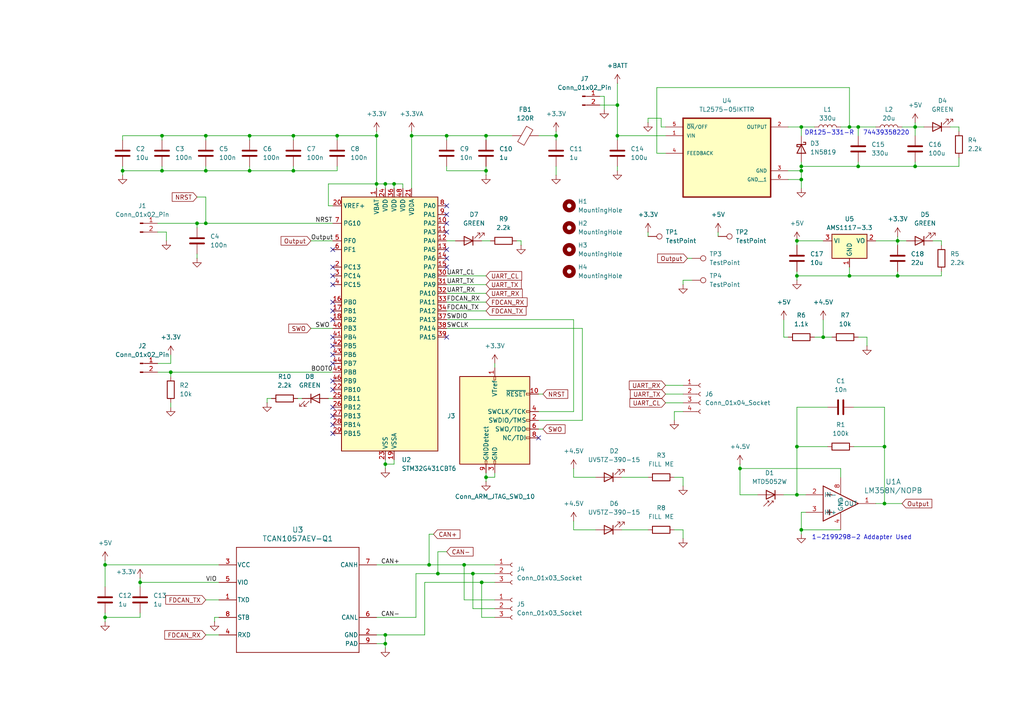
<source format=kicad_sch>
(kicad_sch (version 20250114) (generator "eeschema") (generator_version "9.0")
  (paper "A4")
  (text "DR125-331-R" (at 240.538 38.608 0) (effects (font (size 1.27 1.27))))
  (text "74439358220" (at 257.048 38.608 0) (effects (font (size 1.27 1.27))))
  (text "1-2199298-2 Addapter Used " (at 250.444 155.956 0) (effects (font (size 1.27 1.27))))
  (junction (at 232.41 36.83))
  (junction (at 129.54 39.37))
  (junction (at 260.35 80.01))
  (junction (at 179.07 30.48))
  (junction (at 179.07 39.37))
  (junction (at 111.76 184.15))
  (junction (at 59.69 64.77))
  (junction (at 231.14 80.01))
  (junction (at 49.53 107.95))
  (junction (at 124.46 163.83))
  (junction (at 40.64 168.91))
  (junction (at 46.99 39.37))
  (junction (at 232.41 49.53))
  (junction (at 238.76 97.79))
  (junction (at 114.3 53.34))
  (junction (at 256.54 129.54))
  (junction (at 85.09 39.37))
  (junction (at 231.14 129.54))
  (junction (at 109.22 53.34))
  (junction (at 57.15 64.77))
  (junction (at 265.43 36.83))
  (junction (at 137.16 166.37))
  (junction (at 30.48 179.07))
  (junction (at 85.09 49.53))
  (junction (at 59.69 39.37))
  (junction (at 231.14 69.85))
  (junction (at 161.29 39.37))
  (junction (at 231.14 143.51))
  (junction (at 109.22 39.37))
  (junction (at 140.97 49.53))
  (junction (at 248.92 36.83))
  (junction (at 127 166.37))
  (junction (at 111.76 53.34))
  (junction (at 119.38 39.37))
  (junction (at 232.41 153.67))
  (junction (at 35.56 49.53))
  (junction (at 248.92 48.26))
  (junction (at 97.79 39.37))
  (junction (at 140.97 39.37))
  (junction (at 139.7 168.91))
  (junction (at 246.38 80.01))
  (junction (at 232.41 52.07))
  (junction (at 30.48 163.83))
  (junction (at 111.76 134.62))
  (junction (at 72.39 49.53))
  (junction (at 59.69 49.53))
  (junction (at 246.38 36.83))
  (junction (at 72.39 39.37))
  (junction (at 111.76 186.69))
  (junction (at 140.97 138.43))
  (junction (at 134.62 163.83))
  (junction (at 256.54 146.05))
  (junction (at 214.63 135.89))
  (junction (at 232.41 48.26))
  (junction (at 265.43 48.26))
  (junction (at 260.35 69.85))
  (junction (at 46.99 49.53))
  (no_connect (at 96.52 125.73))
  (no_connect (at 96.52 82.55))
  (no_connect (at 96.52 90.17))
  (no_connect (at 129.54 67.31))
  (no_connect (at 96.52 120.65))
  (no_connect (at 96.52 100.33))
  (no_connect (at 129.54 77.47))
  (no_connect (at 129.54 59.69))
  (no_connect (at 129.54 64.77))
  (no_connect (at 156.21 127))
  (no_connect (at 96.52 72.39))
  (no_connect (at 96.52 80.01))
  (no_connect (at 96.52 87.63))
  (no_connect (at 129.54 72.39))
  (no_connect (at 96.52 123.19))
  (no_connect (at 129.54 97.79))
  (no_connect (at 96.52 102.87))
  (no_connect (at 96.52 92.71))
  (no_connect (at 96.52 97.79))
  (no_connect (at 96.52 118.11))
  (no_connect (at 96.52 77.47))
  (no_connect (at 129.54 62.23))
  (no_connect (at 129.54 74.93))
  (no_connect (at 96.52 110.49))
  (no_connect (at 96.52 113.03))
  (no_connect (at 96.52 105.41))
  (wire (pts (xy 140.97 48.26) (xy 140.97 49.53)))
  (wire (pts (xy 40.64 168.91) (xy 40.64 170.18)))
  (wire (pts (xy 97.79 40.64) (xy 97.79 39.37)))
  (wire (pts (xy 278.13 48.26) (xy 265.43 48.26)))
  (wire (pts (xy 232.41 49.53) (xy 232.41 52.07)))
  (wire (pts (xy 143.51 176.53) (xy 137.16 176.53)))
  (wire (pts (xy 227.33 143.51) (xy 231.14 143.51)))
  (wire (pts (xy 195.58 119.38) (xy 198.12 119.38)))
  (wire (pts (xy 85.09 39.37) (xy 72.39 39.37)))
  (wire (pts (xy 149.86 69.85) (xy 151.13 69.85)))
  (wire (pts (xy 111.76 53.34) (xy 109.22 53.34)))
  (wire (pts (xy 198.12 138.43) (xy 195.58 138.43)))
  (wire (pts (xy 35.56 49.53) (xy 35.56 50.8)))
  (wire (pts (xy 238.76 92.71) (xy 238.76 97.79)))
  (wire (pts (xy 232.41 36.83) (xy 236.22 36.83)))
  (wire (pts (xy 232.41 46.99) (xy 232.41 48.26)))
  (wire (pts (xy 97.79 48.26) (xy 97.79 49.53)))
  (wire (pts (xy 49.53 105.41) (xy 45.72 105.41)))
  (wire (pts (xy 247.65 118.11) (xy 256.54 118.11)))
  (wire (pts (xy 140.97 39.37) (xy 148.59 39.37)))
  (wire (pts (xy 273.05 69.85) (xy 270.51 69.85)))
  (wire (pts (xy 232.41 36.83) (xy 232.41 39.37)))
  (wire (pts (xy 246.38 36.83) (xy 248.92 36.83)))
  (wire (pts (xy 198.12 156.21) (xy 198.12 153.67)))
  (wire (pts (xy 95.25 53.34) (xy 109.22 53.34)))
  (wire (pts (xy 30.48 179.07) (xy 40.64 179.07)))
  (wire (pts (xy 59.69 48.26) (xy 59.69 49.53)))
  (wire (pts (xy 97.79 39.37) (xy 109.22 39.37)))
  (wire (pts (xy 120.65 166.37) (xy 127 166.37)))
  (wire (pts (xy 173.99 30.48) (xy 179.07 30.48)))
  (wire (pts (xy 140.97 138.43) (xy 140.97 139.7)))
  (wire (pts (xy 109.22 38.1) (xy 109.22 39.37)))
  (wire (pts (xy 119.38 39.37) (xy 129.54 39.37)))
  (wire (pts (xy 109.22 39.37) (xy 109.22 53.34)))
  (wire (pts (xy 232.41 52.07) (xy 232.41 54.61)))
  (wire (pts (xy 111.76 53.34) (xy 111.76 54.61)))
  (wire (pts (xy 251.46 100.33) (xy 251.46 97.79)))
  (wire (pts (xy 124.46 154.94) (xy 124.46 163.83)))
  (wire (pts (xy 228.6 52.07) (xy 232.41 52.07)))
  (wire (pts (xy 30.48 179.07) (xy 30.48 180.34)))
  (wire (pts (xy 59.69 57.15) (xy 59.69 64.77)))
  (wire (pts (xy 233.68 143.51) (xy 231.14 143.51)))
  (wire (pts (xy 134.62 173.99) (xy 134.62 163.83)))
  (wire (pts (xy 137.16 176.53) (xy 137.16 166.37)))
  (wire (pts (xy 129.54 39.37) (xy 129.54 40.64)))
  (wire (pts (xy 238.76 97.79) (xy 241.3 97.79)))
  (wire (pts (xy 193.04 114.3) (xy 198.12 114.3)))
  (wire (pts (xy 90.17 95.25) (xy 96.52 95.25)))
  (wire (pts (xy 278.13 38.1) (xy 278.13 36.83)))
  (wire (pts (xy 111.76 186.69) (xy 111.76 187.96)))
  (wire (pts (xy 231.14 143.51) (xy 231.14 129.54)))
  (wire (pts (xy 265.43 48.26) (xy 248.92 48.26)))
  (wire (pts (xy 199.39 74.93) (xy 200.66 74.93)))
  (wire (pts (xy 129.54 160.02) (xy 127 160.02)))
  (wire (pts (xy 49.53 107.95) (xy 45.72 107.95)))
  (wire (pts (xy 85.09 48.26) (xy 85.09 49.53)))
  (wire (pts (xy 256.54 146.05) (xy 254 146.05)))
  (wire (pts (xy 161.29 38.1) (xy 161.29 39.37)))
  (wire (pts (xy 265.43 46.99) (xy 265.43 48.26)))
  (wire (pts (xy 63.5 168.91) (xy 40.64 168.91)))
  (wire (pts (xy 129.54 80.01) (xy 140.97 80.01)))
  (wire (pts (xy 46.99 48.26) (xy 46.99 49.53)))
  (wire (pts (xy 40.64 179.07) (xy 40.64 177.8)))
  (wire (pts (xy 231.14 80.01) (xy 231.14 81.28)))
  (wire (pts (xy 190.5 44.45) (xy 193.04 44.45)))
  (wire (pts (xy 72.39 39.37) (xy 59.69 39.37)))
  (wire (pts (xy 179.07 24.13) (xy 179.07 30.48)))
  (wire (pts (xy 243.84 36.83) (xy 246.38 36.83)))
  (wire (pts (xy 72.39 49.53) (xy 59.69 49.53)))
  (wire (pts (xy 96.52 107.95) (xy 49.53 107.95)))
  (wire (pts (xy 96.52 59.69) (xy 95.25 59.69)))
  (wire (pts (xy 59.69 184.15) (xy 63.5 184.15)))
  (wire (pts (xy 208.28 67.31) (xy 208.28 68.58)))
  (wire (pts (xy 114.3 133.35) (xy 114.3 134.62)))
  (wire (pts (xy 129.54 85.09) (xy 140.97 85.09)))
  (wire (pts (xy 273.05 71.12) (xy 273.05 69.85)))
  (wire (pts (xy 59.69 173.99) (xy 63.5 173.99)))
  (wire (pts (xy 214.63 134.62) (xy 214.63 135.89)))
  (wire (pts (xy 166.37 151.13) (xy 166.37 153.67)))
  (wire (pts (xy 45.72 64.77) (xy 57.15 64.77)))
  (wire (pts (xy 166.37 119.38) (xy 166.37 92.71)))
  (wire (pts (xy 77.47 116.84) (xy 77.47 115.57)))
  (wire (pts (xy 109.22 186.69) (xy 111.76 186.69)))
  (wire (pts (xy 251.46 97.79) (xy 248.92 97.79)))
  (wire (pts (xy 232.41 48.26) (xy 232.41 49.53)))
  (wire (pts (xy 256.54 146.05) (xy 261.62 146.05)))
  (wire (pts (xy 59.69 39.37) (xy 46.99 39.37)))
  (wire (pts (xy 49.53 102.87) (xy 49.53 105.41)))
  (wire (pts (xy 111.76 186.69) (xy 111.76 184.15)))
  (wire (pts (xy 97.79 49.53) (xy 85.09 49.53)))
  (wire (pts (xy 48.26 69.85) (xy 48.26 67.31)))
  (wire (pts (xy 86.36 115.57) (xy 87.63 115.57)))
  (wire (pts (xy 46.99 49.53) (xy 35.56 49.53)))
  (wire (pts (xy 139.7 168.91) (xy 143.51 168.91)))
  (wire (pts (xy 193.04 111.76) (xy 198.12 111.76)))
  (wire (pts (xy 191.77 34.29) (xy 187.96 34.29)))
  (wire (pts (xy 143.51 137.16) (xy 143.51 138.43)))
  (wire (pts (xy 256.54 129.54) (xy 256.54 146.05)))
  (wire (pts (xy 137.16 166.37) (xy 143.51 166.37)))
  (wire (pts (xy 260.35 69.85) (xy 254 69.85)))
  (wire (pts (xy 166.37 153.67) (xy 172.72 153.67)))
  (wire (pts (xy 139.7 69.85) (xy 142.24 69.85)))
  (wire (pts (xy 180.34 153.67) (xy 187.96 153.67)))
  (wire (pts (xy 214.63 135.89) (xy 214.63 143.51)))
  (wire (pts (xy 140.97 39.37) (xy 140.97 40.64)))
  (wire (pts (xy 134.62 163.83) (xy 143.51 163.83)))
  (wire (pts (xy 156.21 124.46) (xy 157.48 124.46)))
  (wire (pts (xy 111.76 134.62) (xy 111.76 135.89)))
  (wire (pts (xy 248.92 36.83) (xy 248.92 39.37)))
  (wire (pts (xy 198.12 140.97) (xy 198.12 138.43)))
  (wire (pts (xy 46.99 39.37) (xy 46.99 40.64)))
  (wire (pts (xy 143.51 105.41) (xy 143.51 106.68)))
  (wire (pts (xy 273.05 78.74) (xy 273.05 80.01)))
  (wire (pts (xy 231.14 129.54) (xy 240.03 129.54)))
  (wire (pts (xy 109.22 184.15) (xy 111.76 184.15)))
  (wire (pts (xy 139.7 179.07) (xy 139.7 168.91)))
  (wire (pts (xy 129.54 90.17) (xy 140.97 90.17)))
  (wire (pts (xy 116.84 54.61) (xy 116.84 53.34)))
  (wire (pts (xy 232.41 154.94) (xy 232.41 153.67)))
  (wire (pts (xy 248.92 46.99) (xy 248.92 48.26)))
  (wire (pts (xy 59.69 64.77) (xy 96.52 64.77)))
  (wire (pts (xy 161.29 40.64) (xy 161.29 39.37)))
  (wire (pts (xy 227.33 97.79) (xy 228.6 97.79)))
  (wire (pts (xy 123.19 168.91) (xy 139.7 168.91)))
  (wire (pts (xy 260.35 80.01) (xy 246.38 80.01)))
  (wire (pts (xy 195.58 121.92) (xy 195.58 119.38)))
  (wire (pts (xy 48.26 67.31) (xy 45.72 67.31)))
  (wire (pts (xy 261.62 36.83) (xy 265.43 36.83)))
  (wire (pts (xy 95.25 59.69) (xy 95.25 53.34)))
  (wire (pts (xy 114.3 134.62) (xy 111.76 134.62)))
  (wire (pts (xy 129.54 49.53) (xy 140.97 49.53)))
  (wire (pts (xy 161.29 39.37) (xy 156.21 39.37)))
  (wire (pts (xy 175.26 27.94) (xy 173.99 27.94)))
  (wire (pts (xy 228.6 36.83) (xy 232.41 36.83)))
  (wire (pts (xy 179.07 30.48) (xy 179.07 39.37)))
  (wire (pts (xy 231.14 118.11) (xy 231.14 129.54)))
  (wire (pts (xy 59.69 49.53) (xy 46.99 49.53)))
  (wire (pts (xy 232.41 153.67) (xy 232.41 148.59)))
  (wire (pts (xy 123.19 184.15) (xy 123.19 168.91)))
  (wire (pts (xy 127 160.02) (xy 127 166.37)))
  (wire (pts (xy 260.35 71.12) (xy 260.35 69.85)))
  (wire (pts (xy 30.48 170.18) (xy 30.48 163.83)))
  (wire (pts (xy 127 166.37) (xy 137.16 166.37)))
  (wire (pts (xy 243.84 138.43) (xy 243.84 135.89)))
  (wire (pts (xy 161.29 48.26) (xy 161.29 50.8)))
  (wire (pts (xy 125.73 154.94) (xy 124.46 154.94)))
  (wire (pts (xy 114.3 53.34) (xy 111.76 53.34)))
  (wire (pts (xy 109.22 163.83) (xy 124.46 163.83)))
  (wire (pts (xy 231.14 78.74) (xy 231.14 80.01)))
  (wire (pts (xy 260.35 78.74) (xy 260.35 80.01)))
  (wire (pts (xy 129.54 82.55) (xy 140.97 82.55)))
  (wire (pts (xy 30.48 163.83) (xy 63.5 163.83)))
  (wire (pts (xy 46.99 39.37) (xy 35.56 39.37)))
  (wire (pts (xy 236.22 97.79) (xy 238.76 97.79)))
  (wire (pts (xy 77.47 115.57) (xy 78.74 115.57)))
  (wire (pts (xy 30.48 177.8) (xy 30.48 179.07)))
  (wire (pts (xy 119.38 39.37) (xy 119.38 54.61)))
  (wire (pts (xy 129.54 69.85) (xy 132.08 69.85)))
  (wire (pts (xy 59.69 39.37) (xy 59.69 40.64)))
  (wire (pts (xy 240.03 118.11) (xy 231.14 118.11)))
  (wire (pts (xy 143.51 173.99) (xy 134.62 173.99)))
  (wire (pts (xy 129.54 39.37) (xy 140.97 39.37)))
  (wire (pts (xy 35.56 39.37) (xy 35.56 40.64)))
  (wire (pts (xy 260.35 80.01) (xy 273.05 80.01)))
  (wire (pts (xy 179.07 39.37) (xy 193.04 39.37)))
  (wire (pts (xy 140.97 49.53) (xy 140.97 50.8)))
  (wire (pts (xy 278.13 36.83) (xy 275.59 36.83)))
  (wire (pts (xy 180.34 138.43) (xy 187.96 138.43)))
  (wire (pts (xy 166.37 119.38) (xy 156.21 119.38)))
  (wire (pts (xy 109.22 53.34) (xy 109.22 54.61)))
  (wire (pts (xy 30.48 162.56) (xy 30.48 163.83)))
  (wire (pts (xy 246.38 25.4) (xy 246.38 36.83)))
  (wire (pts (xy 232.41 153.67) (xy 243.84 153.67)))
  (wire (pts (xy 156.21 114.3) (xy 157.48 114.3)))
  (wire (pts (xy 248.92 48.26) (xy 232.41 48.26)))
  (wire (pts (xy 95.25 115.57) (xy 96.52 115.57)))
  (wire (pts (xy 124.46 163.83) (xy 134.62 163.83)))
  (wire (pts (xy 243.84 135.89) (xy 214.63 135.89)))
  (wire (pts (xy 187.96 67.31) (xy 187.96 68.58)))
  (wire (pts (xy 166.37 135.89) (xy 166.37 138.43)))
  (wire (pts (xy 214.63 143.51) (xy 219.71 143.51)))
  (wire (pts (xy 151.13 69.85) (xy 151.13 71.12)))
  (wire (pts (xy 57.15 64.77) (xy 57.15 66.04)))
  (wire (pts (xy 40.64 167.64) (xy 40.64 168.91)))
  (wire (pts (xy 228.6 49.53) (xy 232.41 49.53)))
  (wire (pts (xy 198.12 153.67) (xy 195.58 153.67)))
  (wire (pts (xy 85.09 39.37) (xy 85.09 40.64)))
  (wire (pts (xy 247.65 129.54) (xy 256.54 129.54)))
  (wire (pts (xy 111.76 184.15) (xy 123.19 184.15)))
  (wire (pts (xy 231.14 69.85) (xy 231.14 71.12)))
  (wire (pts (xy 190.5 44.45) (xy 190.5 25.4)))
  (wire (pts (xy 198.12 81.28) (xy 200.66 81.28)))
  (wire (pts (xy 168.91 95.25) (xy 129.54 95.25)))
  (wire (pts (xy 191.77 36.83) (xy 191.77 34.29)))
  (wire (pts (xy 109.22 179.07) (xy 120.65 179.07)))
  (wire (pts (xy 190.5 25.4) (xy 246.38 25.4)))
  (wire (pts (xy 49.53 107.95) (xy 49.53 109.22)))
  (wire (pts (xy 57.15 73.66) (xy 57.15 74.93)))
  (wire (pts (xy 90.17 69.85) (xy 96.52 69.85)))
  (wire (pts (xy 179.07 48.26) (xy 179.07 49.53)))
  (wire (pts (xy 97.79 39.37) (xy 85.09 39.37)))
  (wire (pts (xy 256.54 118.11) (xy 256.54 129.54)))
  (wire (pts (xy 116.84 53.34) (xy 114.3 53.34)))
  (wire (pts (xy 143.51 179.07) (xy 139.7 179.07)))
  (wire (pts (xy 72.39 39.37) (xy 72.39 40.64)))
  (wire (pts (xy 111.76 133.35) (xy 111.76 134.62)))
  (wire (pts (xy 265.43 36.83) (xy 265.43 39.37)))
  (wire (pts (xy 265.43 36.83) (xy 267.97 36.83)))
  (wire (pts (xy 198.12 82.55) (xy 198.12 81.28)))
  (wire (pts (xy 166.37 138.43) (xy 172.72 138.43)))
  (wire (pts (xy 119.38 38.1) (xy 119.38 39.37)))
  (wire (pts (xy 246.38 77.47) (xy 246.38 80.01)))
  (wire (pts (xy 63.5 179.07) (xy 62.23 179.07)))
  (wire (pts (xy 193.04 116.84) (xy 198.12 116.84)))
  (wire (pts (xy 260.35 68.58) (xy 260.35 69.85)))
  (wire (pts (xy 265.43 36.83) (xy 265.43 35.56)))
  (wire (pts (xy 129.54 87.63) (xy 140.97 87.63)))
  (wire (pts (xy 227.33 92.71) (xy 227.33 97.79)))
  (wire (pts (xy 187.96 34.29) (xy 187.96 35.56)))
  (wire (pts (xy 260.35 69.85) (xy 262.89 69.85)))
  (wire (pts (xy 129.54 48.26) (xy 129.54 49.53)))
  (wire (pts (xy 143.51 138.43) (xy 140.97 138.43)))
  (wire (pts (xy 129.54 92.71) (xy 166.37 92.71)))
  (wire (pts (xy 35.56 49.53) (xy 35.56 48.26)))
  (wire (pts (xy 156.21 121.92) (xy 168.91 121.92)))
  (wire (pts (xy 193.04 36.83) (xy 191.77 36.83)))
  (wire (pts (xy 278.13 45.72) (xy 278.13 48.26)))
  (wire (pts (xy 114.3 53.34) (xy 114.3 54.61)))
  (wire (pts (xy 49.53 116.84) (xy 49.53 118.11)))
  (wire (pts (xy 248.92 36.83) (xy 254 36.83)))
  (wire (pts (xy 57.15 57.15) (xy 59.69 57.15)))
  (wire (pts (xy 72.39 48.26) (xy 72.39 49.53)))
  (wire (pts (xy 175.26 27.94) (xy 175.26 31.75)))
  (wire (pts (xy 140.97 137.16) (xy 140.97 138.43)))
  (wire (pts (xy 179.07 40.64) (xy 179.07 39.37)))
  (wire (pts (xy 57.15 64.77) (xy 59.69 64.77)))
  (wire (pts (xy 168.91 121.92) (xy 168.91 95.25)))
  (wire (pts (xy 62.23 179.07) (xy 62.23 180.34)))
  (wire (pts (xy 231.14 69.85) (xy 238.76 69.85)))
  (wire (pts (xy 85.09 49.53) (xy 72.39 49.53)))
  (wire (pts (xy 232.41 148.59) (xy 233.68 148.59)))
  (wire (pts (xy 246.38 80.01) (xy 231.14 80.01)))
  (wire (pts (xy 120.65 179.07) (xy 120.65 166.37)))
  (label "CAN+" (at 110.49 163.83 0))
  (label "BOOT0" (at 90.17 107.95 0))
  (label "NRST" (at 91.44 64.77 0))
  (label "UART_RX" (at 129.54 85.09 0))
  (label "UART_TX" (at 129.54 82.55 0))
  (label "CAN-" (at 110.49 179.07 0))
  (label "FDCAN_TX" (at 129.54 90.17 0))
  (label "SWCLK" (at 129.54 95.25 0))
  (label "SWDIO" (at 129.54 92.71 0))
  (label "VIO" (at 59.69 168.91 0))
  (label "UART_CL" (at 129.54 80.01 0))
  (label "FDCAN_RX" (at 129.54 87.63 0))
  (label "Output" (at 90.17 69.85 0))
  (label "SWO" (at 91.44 95.25 0))
  (global_label "CAN+" (shape input) (at 125.73 154.94 0) (property "Intersheetrefs" "${INTERSHEET_REFS}" (effects (hide yes))))
  (global_label "CAN-" (shape input) (at 129.54 160.02 0) (property "Intersheetrefs" "${INTERSHEET_REFS}" (effects (hide yes))))
  (global_label "UART_RX" (shape input) (at 193.04 111.76 180) (property "Intersheetrefs" "${INTERSHEET_REFS}" (effects (hide yes))))
  (global_label "NRST" (shape input) (at 157.48 114.3 0) (property "Intersheetrefs" "${INTERSHEET_REFS}" (effects (hide yes))))
  (global_label "UART_CL" (shape input) (at 140.97 80.01 0) (property "Intersheetrefs" "${INTERSHEET_REFS}" (effects (hide yes))))
  (global_label "FDCAN_RX" (shape input) (at 59.69 184.15 180) (property "Intersheetrefs" "${INTERSHEET_REFS}" (effects (hide yes))))
  (global_label "UART_TX" (shape input) (at 140.97 82.55 0) (property "Intersheetrefs" "${INTERSHEET_REFS}" (effects (hide yes))))
  (global_label "Output" (shape input) (at 90.17 69.85 180) (property "Intersheetrefs" "${INTERSHEET_REFS}" (effects (hide yes))))
  (global_label "SWO" (shape input) (at 90.17 95.25 180) (property "Intersheetrefs" "${INTERSHEET_REFS}" (effects (hide yes))))
  (global_label "FDCAN_TX" (shape input) (at 140.97 90.17 0) (property "Intersheetrefs" "${INTERSHEET_REFS}" (effects (hide yes))))
  (global_label "FDCAN_RX" (shape input) (at 140.97 87.63 0) (property "Intersheetrefs" "${INTERSHEET_REFS}" (effects (hide yes))))
  (global_label "FDCAN_TX" (shape input) (at 59.69 173.99 180) (property "Intersheetrefs" "${INTERSHEET_REFS}" (effects (hide yes))))
  (global_label "SWO" (shape input) (at 157.48 124.46 0) (property "Intersheetrefs" "${INTERSHEET_REFS}" (effects (hide yes))))
  (global_label "UART_TX" (shape input) (at 193.04 114.3 180) (property "Intersheetrefs" "${INTERSHEET_REFS}" (effects (hide yes))))
  (global_label "UART_CL" (shape input) (at 193.04 116.84 180) (property "Intersheetrefs" "${INTERSHEET_REFS}" (effects (hide yes))))
  (global_label "UART_RX" (shape input) (at 140.97 85.09 0) (property "Intersheetrefs" "${INTERSHEET_REFS}" (effects (hide yes))))
  (global_label "Output" (shape input) (at 199.39 74.93 180) (property "Intersheetrefs" "${INTERSHEET_REFS}" (effects (hide yes))))
  (global_label "NRST" (shape input) (at 57.15 57.15 180) (property "Intersheetrefs" "${INTERSHEET_REFS}" (effects (hide yes))))
  (global_label "Output" (shape input) (at 261.62 146.05 0) (property "Intersheetrefs" "${INTERSHEET_REFS}" (effects (hide yes))))
  (symbol (lib_id "Connector:TestPoint") (at 208.28 68.58 270) (unit 1)
    (property "Reference" "TP2" (at 213.36 67.3099 90) (effects (justify left)))
    (property "Value" "TestPoint" (at 213.36 69.8499 90) (effects (justify left)))
    (property "Footprint" "TestPoint:TestPoint_Pad_D1.0mm" (effects (hide yes)))
    (property "Description" "test point" (effects (hide yes)))
  )
  (symbol (lib_id "power:+5V") (at 231.14 69.85 0) (unit 1)
    (property "Reference" "#PWR029" (effects (hide yes)))
    (property "Value" "+5V" (at 231.14 64.77 0))
    (property "Description" "Power symbol creates a global label with name \"+5V\"" (effects (hide yes)))
  )
  (symbol (lib_id "Connector:Conn_ARM_JTAG_SWD_10") (at 143.51 121.92 0) (unit 1)
    (property "Reference" "J3" (at 132.08 120.6499 0) (effects (justify right)))
    (property "Value" "Conn_ARM_JTAG_SWD_10" (at 155.194 144.018 0) (effects (justify right)))
    (property "Footprint" "Connector_PinHeader_1.27mm:PinHeader_2x05_P1.27mm_Vertical" (effects (hide yes)))
    (property "Datasheet" "http://infocenter.arm.com/help/topic/com.arm.doc.ddi0314h/DDI0314H_coresight_components_trm.pdf" (effects (hide yes)))
    (property "Description" "Cortex Debug Connector, standard ARM Cortex-M SWD and JTAG interface" (effects (hide yes)))
  )
  (symbol (lib_id "power:+4V") (at 238.76 92.71 0) (unit 1)
    (property "Reference" "#PWR033" (effects (hide yes)))
    (property "Value" "+4.5V" (at 238.76 87.63 0))
    (property "Description" "Power symbol creates a global label with name \"+4V\"" (effects (hide yes)))
  )
  (symbol (lib_id "power:GND") (at 49.53 118.11 0) (unit 1)
    (property "Reference" "#PWR06" (effects (hide yes)))
    (property "Value" "GND" (effects (hide yes)))
    (property "Description" "Power symbol creates a global label with name \"GND\" , ground" (effects (hide yes)))
  )
  (symbol (lib_id "Device:C") (at 265.43 43.18 0) (unit 1)
    (property "Reference" "C16" (at 269.24 41.9099 0) (effects (justify left)))
    (property "Value" "100u" (at 269.24 44.4499 0) (effects (justify left)))
    (property "Footprint" "Capacitor_SMD:C_0805_2012Metric" (effects (hide yes)))
    (property "Description" "Unpolarized capacitor" (effects (hide yes)))
  )
  (symbol (lib_id "Device:C") (at 59.69 44.45 0) (unit 1)
    (property "Reference" "C5" (at 63.5 43.1799 0) (effects (justify left)))
    (property "Value" "100n" (at 63.5 45.7199 0) (effects (justify left)))
    (property "Footprint" "Capacitor_SMD:C_0402_1005Metric" (effects (hide yes)))
    (property "Description" "Unpolarized capacitor" (effects (hide yes)))
  )
  (symbol (lib_id "power:GND") (at 232.41 154.94 0) (unit 1)
    (property "Reference" "#PWR01" (effects (hide yes)))
    (property "Value" "GND" (effects (hide yes)))
    (property "Description" "Power symbol creates a global label with name \"GND\" , ground" (effects (hide yes)))
  )
  (symbol (lib_id "Device:LED") (at 176.53 153.67 180) (unit 1)
    (property "Reference" "D6" (at 178.1175 146.05 0))
    (property "Value" "UV5TZ-390-15" (at 178.1175 148.59 0))
    (property "Footprint" "LED_THT:LED_D5.0mm" (effects (hide yes)))
    (property "Description" "Light emitting diode" (effects (hide yes)))
  )
  (symbol (lib_id "Device:R") (at 278.13 41.91 0) (unit 1)
    (property "Reference" "R4" (at 280.67 40.6399 0) (effects (justify left)))
    (property "Value" "2.2k" (at 280.67 43.1799 0) (effects (justify left)))
    (property "Footprint" "Resistor_SMD:R_0402_1005Metric" (effects (hide yes)))
    (property "Description" "Resistor" (effects (hide yes)))
  )
  (symbol (lib_id "power:GND") (at 161.29 50.8 0) (unit 1)
    (property "Reference" "#PWR016" (effects (hide yes)))
    (property "Value" "GND" (effects (hide yes)))
    (property "Description" "Power symbol creates a global label with name \"GND\" , ground" (effects (hide yes)))
  )
  (symbol (lib_id "Connector:TestPoint") (at 200.66 74.93 270) (unit 1)
    (property "Reference" "TP3" (at 205.74 73.6599 90) (effects (justify left)))
    (property "Value" "TestPoint" (at 205.74 76.1999 90) (effects (justify left)))
    (property "Footprint" "TestPoint:TestPoint_Pad_D1.0mm" (effects (hide yes)))
    (property "Description" "test point" (effects (hide yes)))
  )
  (symbol (lib_id "Device:R") (at 49.53 113.03 0) (unit 1)
    (property "Reference" "R2" (at 52.07 111.7599 0) (effects (justify left)))
    (property "Value" "10k" (at 52.07 114.2999 0) (effects (justify left)))
    (property "Footprint" "Resistor_SMD:R_0402_1005Metric" (effects (hide yes)))
    (property "Description" "Resistor" (effects (hide yes)))
  )
  (symbol (lib_id "Device:R") (at 146.05 69.85 90) (unit 1)
    (property "Reference" "R9" (at 146.05 63.5 90))
    (property "Value" "2.2k" (at 146.05 66.04 90))
    (property "Footprint" "Resistor_SMD:R_0402_1005Metric" (effects (hide yes)))
    (property "Description" "Resistor" (effects (hide yes)))
  )
  (symbol (lib_id "Regulator_Linear:AMS1117-3.3") (at 246.38 69.85 0) (unit 1)
    (property "Reference" "U5" (at 246.38 63.5 0))
    (property "Value" "AMS1117-3.3" (at 246.38 66.04 0))
    (property "Footprint" "Package_TO_SOT_SMD:SOT-223-3_TabPin2" (effects (hide yes)))
    (property "Datasheet" "http://www.advanced-monolithic.com/pdf/ds1117.pdf" (effects (hide yes)))
    (property "Description" "1A Low Dropout regulator, positive, 3.3V fixed output, SOT-223" (effects (hide yes)))
  )
  (symbol (lib_id "power:+3.3V") (at 40.64 167.64 0) (unit 1)
    (property "Reference" "#PWR018" (effects (hide yes)))
    (property "Value" "+3.3V" (at 36.576 165.862 0))
    (property "Description" "Power symbol creates a global label with name \"+3.3V\"" (effects (hide yes)))
  )
  (symbol (lib_id "power:+3.3V") (at 143.51 105.41 0) (unit 1)
    (property "Reference" "#PWR09" (effects (hide yes)))
    (property "Value" "+3.3V" (at 143.51 100.33 0))
    (property "Description" "Power symbol creates a global label with name \"+3.3V\"" (effects (hide yes)))
  )
  (symbol (lib_id "Device:C") (at 35.56 44.45 0) (unit 1)
    (property "Reference" "C2" (at 39.37 43.1799 0) (effects (justify left)))
    (property "Value" "10u" (at 39.37 45.7199 0) (effects (justify left)))
    (property "Footprint" "Capacitor_SMD:C_0603_1608Metric" (effects (hide yes)))
    (property "Description" "Unpolarized capacitor" (effects (hide yes)))
  )
  (symbol (lib_id "Device:C") (at 97.79 44.45 0) (unit 1)
    (property "Reference" "C8" (at 101.6 43.1799 0) (effects (justify left)))
    (property "Value" "100n" (at 101.6 45.7199 0) (effects (justify left)))
    (property "Footprint" "Capacitor_SMD:C_0402_1005Metric" (effects (hide yes)))
    (property "Description" "Unpolarized capacitor" (effects (hide yes)))
  )
  (symbol (lib_id "Connector:TestPoint") (at 200.66 81.28 270) (unit 1)
    (property "Reference" "TP4" (at 205.74 80.0099 90) (effects (justify left)))
    (property "Value" "TestPoint" (at 205.74 82.5499 90) (effects (justify left)))
    (property "Footprint" "TestPoint:TestPoint_Pad_D1.0mm" (effects (hide yes)))
    (property "Description" "test point" (effects (hide yes)))
  )
  (symbol (lib_id "power:+4V") (at 166.37 151.13 0) (unit 1)
    (property "Reference" "#PWR036" (effects (hide yes)))
    (property "Value" "+4.5V" (at 166.37 146.05 0))
    (property "Description" "Power symbol creates a global label with name \"+4V\"" (effects (hide yes)))
  )
  (symbol (lib_id "Device:R") (at 232.41 97.79 90) (unit 1)
    (property "Reference" "R6" (at 232.41 91.44 90))
    (property "Value" "1.1k" (at 232.41 93.98 90))
    (property "Footprint" "Resistor_THT:R_Axial_DIN0204_L3.6mm_D1.6mm_P7.62mm_Horizontal" (effects (hide yes)))
    (property "Description" "Resistor" (effects (hide yes)))
  )
  (symbol (lib_id "Connector:TestPoint") (at 187.96 68.58 270) (unit 1)
    (property "Reference" "TP1" (at 193.04 67.3099 90) (effects (justify left)))
    (property "Value" "TestPoint" (at 193.04 69.8499 90) (effects (justify left)))
    (property "Footprint" "TestPoint:TestPoint_Pad_D1.0mm" (effects (hide yes)))
    (property "Description" "test point" (effects (hide yes)))
  )
  (symbol (lib_id "power:+5V") (at 265.43 35.56 0) (unit 1)
    (property "Reference" "#PWR028" (effects (hide yes)))
    (property "Value" "+5V" (at 265.43 30.48 0))
    (property "Description" "Power symbol creates a global label with name \"+5V\"" (effects (hide yes)))
  )
  (symbol (lib_id "power:GND") (at 77.47 116.84 0) (unit 1)
    (property "Reference" "#PWR042" (effects (hide yes)))
    (property "Value" "GND" (effects (hide yes)))
    (property "Description" "Power symbol creates a global label with name \"GND\" , ground" (effects (hide yes)))
  )
  (symbol (lib_id "power:+4V") (at 166.37 135.89 0) (unit 1)
    (property "Reference" "#PWR021" (effects (hide yes)))
    (property "Value" "+4.5V" (at 166.37 130.81 0))
    (property "Description" "Power symbol creates a global label with name \"+4V\"" (effects (hide yes)))
  )
  (symbol (lib_id "Device:C") (at 40.64 173.99 0) (unit 1)
    (property "Reference" "C13" (at 44.45 172.7199 0) (effects (justify left)))
    (property "Value" "1u" (at 44.45 175.2599 0) (effects (justify left)))
    (property "Footprint" "Capacitor_SMD:C_0402_1005Metric" (effects (hide yes)))
    (property "Description" "Unpolarized capacitor" (effects (hide yes)))
  )
  (symbol (lib_id "power:GND") (at 62.23 180.34 0) (unit 1)
    (property "Reference" "#PWR019" (effects (hide yes)))
    (property "Value" "GND" (effects (hide yes)))
    (property "Description" "Power symbol creates a global label with name \"GND\" , ground" (effects (hide yes)))
  )
  (symbol (lib_id "Device:LED") (at 266.7 69.85 180) (unit 1)
    (property "Reference" "D5" (at 268.2875 62.23 0))
    (property "Value" "GREEN" (at 268.2875 64.77 0))
    (property "Footprint" "LED_SMD:LED_0603_1608Metric" (effects (hide yes)))
    (property "Description" "Light emitting diode" (effects (hide yes)))
  )
  (symbol (lib_id "Device:R") (at 245.11 97.79 90) (unit 1)
    (property "Reference" "R7" (at 245.11 91.44 90))
    (property "Value" "10k" (at 245.11 93.98 90))
    (property "Footprint" "Resistor_THT:R_Axial_DIN0204_L3.6mm_D1.6mm_P7.62mm_Horizontal" (effects (hide yes)))
    (property "Description" "Resistor" (effects (hide yes)))
  )
  (symbol (lib_id "Spec:TL2575-05IKTTR") (at 210.82 44.45 0) (unit 1)
    (property "Reference" "U4" (at 210.82 29.21 0))
    (property "Value" "TL2575-05IKTTR" (at 210.82 31.75 0))
    (property "Footprint" "Package_TO_SOT_SMD:TO-263-5_TabPin6" (effects (hide yes)))
  )
  (symbol (lib_id "Device:LED") (at 176.53 138.43 180) (unit 1)
    (property "Reference" "D2" (at 178.1175 130.81 0))
    (property "Value" "UV5TZ-390-15" (at 178.1175 133.35 0))
    (property "Footprint" "LED_THT:LED_D5.0mm" (effects (hide yes)))
    (property "Description" "Light emitting diode" (effects (hide yes)))
  )
  (symbol (lib_id "Device:C") (at 161.29 44.45 0) (unit 1)
    (property "Reference" "C11" (at 165.1 43.1799 0) (effects (justify left)))
    (property "Value" "1u" (at 165.1 45.7199 0) (effects (justify left)))
    (property "Footprint" "Capacitor_SMD:C_0402_1005Metric" (effects (hide yes)))
    (property "Description" "Unpolarized capacitor" (effects (hide yes)))
  )
  (symbol (lib_id "Device:D_Schottky") (at 232.41 43.18 270) (unit 1)
    (property "Reference" "D3" (at 234.95 41.5924 90) (effects (justify left)))
    (property "Value" "1N5819" (at 234.95 44.1324 90) (effects (justify left)))
    (property "Footprint" "Diode_THT:D_DO-41_SOD81_P7.62mm_Horizontal" (effects (hide yes)))
    (property "Description" "Schottky diode" (effects (hide yes)))
  )
  (symbol (lib_id "Device:LED") (at 91.44 115.57 0) (unit 1)
    (property "Reference" "D8" (at 89.8525 109.22 0))
    (property "Value" "GREEN" (at 89.8525 111.76 0))
    (property "Footprint" "LED_SMD:LED_0603_1608Metric" (effects (hide yes)))
    (property "Description" "Light emitting diode" (effects (hide yes)))
  )
  (symbol (lib_id "power:GND") (at 140.97 139.7 0) (unit 1)
    (property "Reference" "#PWR08" (effects (hide yes)))
    (property "Value" "GND" (effects (hide yes)))
    (property "Description" "Power symbol creates a global label with name \"GND\" , ground" (effects (hide yes)))
  )
  (symbol (lib_id "power:+5V") (at 30.48 162.56 0) (unit 1)
    (property "Reference" "#PWR014" (effects (hide yes)))
    (property "Value" "+5V" (at 30.48 157.48 0))
    (property "Description" "Power symbol creates a global label with name \"+5V\"" (effects (hide yes)))
  )
  (symbol (lib_id "Device:R") (at 191.77 138.43 90) (unit 1)
    (property "Reference" "R3" (at 191.77 132.08 90))
    (property "Value" "FILL ME" (at 191.77 134.62 90))
    (property "Footprint" "Resistor_THT:R_Axial_DIN0204_L3.6mm_D1.6mm_P7.62mm_Horizontal" (effects (hide yes)))
    (property "Description" "Resistor" (effects (hide yes)))
  )
  (symbol (lib_id "Device:L") (at 257.81 36.83 90) (unit 1)
    (property "Reference" "L2" (at 257.81 31.75 90))
    (property "Value" "20u" (at 257.81 34.29 90))
    (property "Footprint" "Spec:WE-XHMI_8080" (effects (hide yes)))
    (property "Description" "Inductor" (effects (hide yes)))
  )
  (symbol (lib_id "Device:C") (at 72.39 44.45 0) (unit 1)
    (property "Reference" "C6" (at 76.2 43.1799 0) (effects (justify left)))
    (property "Value" "100n" (at 76.2 45.7199 0) (effects (justify left)))
    (property "Footprint" "Capacitor_SMD:C_0402_1005Metric" (effects (hide yes)))
    (property "Description" "Unpolarized capacitor" (effects (hide yes)))
  )
  (symbol (lib_id "power:GND") (at 187.96 35.56 0) (unit 1)
    (property "Reference" "#PWR027" (effects (hide yes)))
    (property "Value" "GND" (effects (hide yes)))
    (property "Description" "Power symbol creates a global label with name \"GND\" , ground" (effects (hide yes)))
  )
  (symbol (lib_id "power:+3.3V") (at 161.29 38.1 0) (unit 1)
    (property "Reference" "#PWR015" (effects (hide yes)))
    (property "Value" "+3.3V" (at 161.29 33.02 0))
    (property "Description" "Power symbol creates a global label with name \"+3.3V\"" (effects (hide yes)))
  )
  (symbol (lib_id "Device:LED") (at 271.78 36.83 180) (unit 1)
    (property "Reference" "D4" (at 273.3675 29.21 0))
    (property "Value" "GREEN" (at 273.3675 31.75 0))
    (property "Footprint" "LED_SMD:LED_0603_1608Metric" (effects (hide yes)))
    (property "Description" "Light emitting diode" (effects (hide yes)))
  )
  (symbol (lib_id "power:+3.3V") (at 260.35 68.58 0) (unit 1)
    (property "Reference" "#PWR031" (effects (hide yes)))
    (property "Value" "+3.3V" (at 260.35 63.5 0))
    (property "Description" "Power symbol creates a global label with name \"+3.3V\"" (effects (hide yes)))
  )
  (symbol (lib_id "power:GND") (at 140.97 50.8 0) (unit 1)
    (property "Reference" "#PWR013" (effects (hide yes)))
    (property "Value" "GND" (effects (hide yes)))
    (property "Description" "Power symbol creates a global label with name \"GND\" , ground" (effects (hide yes)))
  )
  (symbol (lib_id "Device:R") (at 243.84 129.54 90) (unit 1)
    (property "Reference" "R1" (at 243.84 123.19 90))
    (property "Value" "100k" (at 243.84 125.73 90))
    (property "Footprint" "Resistor_THT:R_Axial_DIN0204_L3.6mm_D1.6mm_P7.62mm_Horizontal" (effects (hide yes)))
    (property "Description" "Resistor" (effects (hide yes)))
  )
  (symbol (lib_id "power:+3.3V") (at 49.53 102.87 0) (unit 1)
    (property "Reference" "#PWR05" (effects (hide yes)))
    (property "Value" "+3.3V" (at 49.53 97.79 0))
    (property "Description" "Power symbol creates a global label with name \"+3.3V\"" (effects (hide yes)))
  )
  (symbol (lib_id "power:GND") (at 232.41 54.61 0) (unit 1)
    (property "Reference" "#PWR026" (effects (hide yes)))
    (property "Value" "GND" (effects (hide yes)))
    (property "Description" "Power symbol creates a global label with name \"GND\" , ground" (effects (hide yes)))
  )
  (symbol (lib_id "power:GND") (at 195.58 121.92 0) (unit 1)
    (property "Reference" "#PWR023" (effects (hide yes)))
    (property "Value" "GND" (effects (hide yes)))
    (property "Description" "Power symbol creates a global label with name \"GND\" , ground" (effects (hide yes)))
  )
  (symbol (lib_id "Device:L") (at 240.03 36.83 90) (unit 1)
    (property "Reference" "L1" (at 240.03 31.75 90))
    (property "Value" "330u" (at 240.03 34.29 90))
    (property "Footprint" "Spec:DR125" (effects (hide yes)))
    (property "Description" "Inductor" (effects (hide yes)))
  )
  (symbol (lib_id "power:GND") (at 198.12 140.97 0) (unit 1)
    (property "Reference" "#PWR022" (effects (hide yes)))
    (property "Value" "GND" (effects (hide yes)))
    (property "Description" "Power symbol creates a global label with name \"GND\" , ground" (effects (hide yes)))
  )
  (symbol (lib_id "Device:FerriteBead") (at 152.4 39.37 90) (unit 1)
    (property "Reference" "FB1" (at 152.3492 31.75 90))
    (property "Value" "120R" (at 152.3492 34.29 90))
    (property "Footprint" "Inductor_SMD:L_0603_1608Metric" (effects (hide yes)))
    (property "Description" "Ferrite bead" (effects (hide yes)))
  )
  (symbol (lib_id "power:+5V") (at 227.33 92.71 0) (unit 1)
    (property "Reference" "#PWR034" (effects (hide yes)))
    (property "Value" "+5V" (at 227.33 87.63 0))
    (property "Description" "Power symbol creates a global label with name \"+5V\"" (effects (hide yes)))
  )
  (symbol (lib_id "power:GND") (at 251.46 100.33 0) (unit 1)
    (property "Reference" "#PWR035" (effects (hide yes)))
    (property "Value" "GND" (effects (hide yes)))
    (property "Description" "Power symbol creates a global label with name \"GND\" , ground" (effects (hide yes)))
  )
  (symbol (lib_id "power:+3.3V") (at 109.22 38.1 0) (unit 1)
    (property "Reference" "#PWR010" (effects (hide yes)))
    (property "Value" "+3.3V" (at 109.22 33.02 0))
    (property "Description" "Power symbol creates a global label with name \"+3.3V\"" (effects (hide yes)))
  )
  (symbol (lib_id "Device:R") (at 273.05 74.93 0) (unit 1)
    (property "Reference" "R5" (at 275.59 73.6599 0) (effects (justify left)))
    (property "Value" "2.2k" (at 275.59 76.1999 0) (effects (justify left)))
    (property "Footprint" "Resistor_SMD:R_0402_1005Metric" (effects (hide yes)))
    (property "Description" "Resistor" (effects (hide yes)))
  )
  (symbol (lib_id "Device:R") (at 82.55 115.57 90) (unit 1)
    (property "Reference" "R10" (at 82.55 109.22 90))
    (property "Value" "2.2k" (at 82.55 111.76 90))
    (property "Footprint" "Resistor_SMD:R_0402_1005Metric" (effects (hide yes)))
    (property "Description" "Resistor" (effects (hide yes)))
  )
  (symbol (lib_id "power:+3.3V") (at 187.96 67.31 0) (unit 1)
    (property "Reference" "#PWR038" (effects (hide yes)))
    (property "Value" "+3.3V" (at 187.96 62.23 0))
    (property "Description" "Power symbol creates a global label with name \"+3.3V\"" (effects (hide yes)))
  )
  (symbol (lib_id "power:+4V") (at 214.63 134.62 0) (unit 1)
    (property "Reference" "#PWR02" (effects (hide yes)))
    (property "Value" "+4.5V" (at 214.63 129.54 0))
    (property "Description" "Power symbol creates a global label with name \"+4V\"" (effects (hide yes)))
  )
  (symbol (lib_id "power:GND") (at 30.48 180.34 0) (unit 1)
    (property "Reference" "#PWR017" (effects (hide yes)))
    (property "Value" "GND" (effects (hide yes)))
    (property "Description" "Power symbol creates a global label with name \"GND\" , ground" (effects (hide yes)))
  )
  (symbol (lib_id "Device:C") (at 85.09 44.45 0) (unit 1)
    (property "Reference" "C7" (at 88.9 43.1799 0) (effects (justify left)))
    (property "Value" "100n" (at 88.9 45.7199 0) (effects (justify left)))
    (property "Footprint" "Capacitor_SMD:C_0402_1005Metric" (effects (hide yes)))
    (property "Description" "Unpolarized capacitor" (effects (hide yes)))
  )
  (symbol (lib_id "Device:C") (at 179.07 44.45 0) (unit 1)
    (property "Reference" "C14" (at 182.88 43.1799 0) (effects (justify left)))
    (property "Value" "100u" (at 182.88 45.7199 0) (effects (justify left)))
    (property "Footprint" "Capacitor_THT:C_Radial_D8.0mm_H11.5mm_P3.50mm" (effects (hide yes)))
    (property "Description" "Unpolarized capacitor" (effects (hide yes)))
  )
  (symbol (lib_id "Device:C") (at 46.99 44.45 0) (unit 1)
    (property "Reference" "C3" (at 50.8 43.1799 0) (effects (justify left)))
    (property "Value" "100n" (at 50.8 45.7199 0) (effects (justify left)))
    (property "Footprint" "Capacitor_SMD:C_0402_1005Metric" (effects (hide yes)))
    (property "Description" "Unpolarized capacitor" (effects (hide yes)))
  )
  (symbol (lib_id "Device:R") (at 191.77 153.67 90) (unit 1)
    (property "Reference" "R8" (at 191.77 147.32 90))
    (property "Value" "FILL ME" (at 191.77 149.86 90))
    (property "Footprint" "Resistor_THT:R_Axial_DIN0204_L3.6mm_D1.6mm_P7.62mm_Horizontal" (effects (hide yes)))
    (property "Description" "Resistor" (effects (hide yes)))
  )
  (symbol (lib_id "Mechanical:MountingHole") (at 165.1 72.39 0) (unit 1) (exclude_from_sim yes) (in_bom no)
    (property "Reference" "H3" (at 167.64 71.1199 0) (effects (justify left)))
    (property "Value" "MountingHole" (at 167.64 73.6599 0) (effects (justify left)))
    (property "Footprint" "MountingHole:MountingHole_3.2mm_M3" (effects (hide yes)))
    (property "Description" "Mounting Hole without connection" (effects (hide yes)))
  )
  (symbol (lib_id "Device:LED") (at 135.89 69.85 180) (unit 1)
    (property "Reference" "D7" (at 137.4775 62.23 0))
    (property "Value" "GREEN" (at 137.4775 64.77 0))
    (property "Footprint" "LED_SMD:LED_0603_1608Metric" (effects (hide yes)))
    (property "Description" "Light emitting diode" (effects (hide yes)))
  )
  (symbol (lib_id "power:GND") (at 151.13 71.12 0) (unit 1)
    (property "Reference" "#PWR041" (effects (hide yes)))
    (property "Value" "GND" (effects (hide yes)))
    (property "Description" "Power symbol creates a global label with name \"GND\" , ground" (effects (hide yes)))
  )
  (symbol (lib_id "power:+3.3V") (at 208.28 67.31 0) (unit 1)
    (property "Reference" "#PWR039" (effects (hide yes)))
    (property "Value" "+5V" (at 208.28 62.23 0))
    (property "Description" "Power symbol creates a global label with name \"+3.3V\"" (effects (hide yes)))
  )
  (symbol (lib_id "MCU_ST_STM32G4:STM32G431CBTx") (at 111.76 95.25 0) (unit 1)
    (property "Reference" "U2" (at 116.4941 133.35 0) (effects (justify left)))
    (property "Value" "STM32G431CBT6" (at 116.4941 135.89 0) (effects (justify left)))
    (property "Footprint" "Package_QFP:LQFP-48_7x7mm_P0.5mm" (effects (hide yes)))
    (property "Datasheet" "https://www.st.com/resource/en/datasheet/stm32g431cb.pdf" (effects (hide yes)))
    (property "Description" "STMicroelectronics Arm Cortex-M4 MCU, 128KB flash, 32KB RAM, 170 MHz, 1.71-3.6V, 38 GPIO, LQFP48" (effects (hide yes)))
  )
  (symbol (lib_id "Device:C") (at 231.14 74.93 0) (unit 1)
    (property "Reference" "C17" (at 234.95 73.6599 0) (effects (justify left)))
    (property "Value" "10u" (at 234.95 76.1999 0) (effects (justify left)))
    (property "Footprint" "Capacitor_SMD:C_0805_2012Metric" (effects (hide yes)))
    (property "Description" "Unpolarized capacitor" (effects (hide yes)))
  )
  (symbol (lib_id "Connector:Conn_01x03_Socket") (at 148.59 176.53 0) (unit 1)
    (property "Reference" "J5" (at 149.86 175.2599 0) (effects (justify left)))
    (property "Value" "Conn_01x03_Socket" (at 149.86 177.7999 0) (effects (justify left)))
    (property "Footprint" "Connector_JST:JST_PH_S3B-PH-SM4-TB_1x03-1MP_P2.00mm_Horizontal" (effects (hide yes)))
    (property "Description" "Generic connector, single row, 01x03, script generated" (effects (hide yes)))
  )
  (symbol (lib_id "Mechanical:MountingHole") (at 165.1 78.74 0) (unit 1) (exclude_from_sim yes) (in_bom no)
    (property "Reference" "H4" (at 167.64 77.4699 0) (effects (justify left)))
    (property "Value" "MountingHole" (at 167.64 80.0099 0) (effects (justify left)))
    (property "Footprint" "MountingHole:MountingHole_3.2mm_M3" (effects (hide yes)))
    (property "Description" "Mounting Hole without connection" (effects (hide yes)))
  )
  (symbol (lib_id "Connector:Conn_01x03_Socket") (at 148.59 166.37 0) (unit 1)
    (property "Reference" "J4" (at 149.86 165.0999 0) (effects (justify left)))
    (property "Value" "Conn_01x03_Socket" (at 149.86 167.6399 0) (effects (justify left)))
    (property "Footprint" "Connector_JST:JST_PH_S3B-PH-SM4-TB_1x03-1MP_P2.00mm_Horizontal" (effects (hide yes)))
    (property "Description" "Generic connector, single row, 01x03, script generated" (effects (hide yes)))
  )
  (symbol (lib_id "Connector:Conn_01x02_Pin") (at 40.64 64.77 0) (unit 1)
    (property "Reference" "J1" (at 41.275 59.69 0))
    (property "Value" "Conn_01x02_Pin" (at 41.275 62.23 0))
    (property "Footprint" "Connector_PinHeader_2.54mm:PinHeader_1x02_P2.54mm_Vertical" (effects (hide yes)))
    (property "Description" "Generic connector, single row, 01x02, script generated" (effects (hide yes)))
  )
  (symbol (lib_id "Device:D_Photo") (at 222.25 143.51 180) (unit 1)
    (property "Reference" "D1" (at 223.2025 137.16 0))
    (property "Value" "MTD5052W" (at 223.2025 139.7 0))
    (property "Footprint" "LED_THT:LED_D5.0mm" (effects (hide yes)))
    (property "Description" "Photodiode" (effects (hide yes)))
  )
  (symbol (lib_id "power:GND") (at 198.12 82.55 0) (unit 1)
    (property "Reference" "#PWR040" (effects (hide yes)))
    (property "Value" "GND" (effects (hide yes)))
    (property "Description" "Power symbol creates a global label with name \"GND\" , ground" (effects (hide yes)))
  )
  (symbol (lib_id "Device:C") (at 140.97 44.45 0) (unit 1)
    (property "Reference" "C10" (at 144.78 43.1799 0) (effects (justify left)))
    (property "Value" "1u" (at 144.78 45.7199 0) (effects (justify left)))
    (property "Footprint" "Capacitor_SMD:C_0402_1005Metric" (effects (hide yes)))
    (property "Description" "Unpolarized capacitor" (effects (hide yes)))
  )
  (symbol (lib_id "Mechanical:MountingHole") (at 165.1 66.04 0) (unit 1) (exclude_from_sim yes) (in_bom no)
    (property "Reference" "H2" (at 167.64 64.7699 0) (effects (justify left)))
    (property "Value" "MountingHole" (at 167.64 67.3099 0) (effects (justify left)))
    (property "Footprint" "MountingHole:MountingHole_3.2mm_M3" (effects (hide yes)))
    (property "Description" "Mounting Hole without connection" (effects (hide yes)))
  )
  (symbol (lib_id "moteus:TCAN1042HGVDRBRQ1") (at 86.36 173.99 0) (unit 1)
    (property "Reference" "U3" (at 86.36 153.67 0) (effects (font (size 1.524 1.524))))
    (property "Value" "TCAN1057AEV-Q1" (at 86.36 156.21 0) (effects (font (size 1.524 1.524))))
    (property "Footprint" "Package_SO:SOIC-8_3.9x4.9mm_P1.27mm" (effects (hide yes)))
    (property "Datasheet" "TCAN1057AEVDRQ1" (effects (hide yes)))
    (property "MPN" "TCAN1057AEVDRQ1" (effects (hide yes)))
    (property "MF" "TI" (effects (hide yes)))
    (property "POPULATE" "1" (effects (hide yes)))
  )
  (symbol (lib_id "Device:C") (at 129.54 44.45 0) (unit 1)
    (property "Reference" "C9" (at 133.35 43.1799 0) (effects (justify left)))
    (property "Value" "10n" (at 133.35 45.7199 0) (effects (justify left)))
    (property "Footprint" "Capacitor_SMD:C_0402_1005Metric" (effects (hide yes)))
    (property "Description" "Unpolarized capacitor" (effects (hide yes)))
  )
  (symbol (lib_id "Connector:Conn_01x04_Socket") (at 203.2 114.3 0) (unit 1)
    (property "Reference" "J6" (at 204.47 114.2999 0) (effects (justify left)))
    (property "Value" "Conn_01x04_Socket" (at 204.47 116.8399 0) (effects (justify left)))
    (property "Footprint" "Connector_JST:JST_ZE_S04B-ZESK-2D_1x04_P1.50mm_Horizontal" (effects (hide yes)))
    (property "Description" "Generic connector, single row, 01x04, script generated" (effects (hide yes)))
  )
  (symbol (lib_id "Device:C") (at 57.15 69.85 0) (unit 1)
    (property "Reference" "C4" (at 60.96 68.5799 0) (effects (justify left)))
    (property "Value" "100n" (at 60.96 71.1199 0) (effects (justify left)))
    (property "Footprint" "Capacitor_SMD:C_0402_1005Metric" (effects (hide yes)))
    (property "Description" "Unpolarized capacitor" (effects (hide yes)))
  )
  (symbol (lib_id "power:GND") (at 179.07 49.53 0) (unit 1)
    (property "Reference" "#PWR025" (effects (hide yes)))
    (property "Value" "GND" (effects (hide yes)))
    (property "Description" "Power symbol creates a global label with name \"GND\" , ground" (effects (hide yes)))
  )
  (symbol (lib_id "power:GND") (at 35.56 50.8 0) (unit 1)
    (property "Reference" "#PWR03" (effects (hide yes)))
    (property "Value" "GND" (effects (hide yes)))
    (property "Description" "Power symbol creates a global label with name \"GND\" , ground" (effects (hide yes)))
  )
  (symbol (lib_id "Device:C") (at 260.35 74.93 0) (unit 1)
    (property "Reference" "C18" (at 264.16 73.6599 0) (effects (justify left)))
    (property "Value" "22u" (at 264.16 76.1999 0) (effects (justify left)))
    (property "Footprint" "Capacitor_SMD:C_0805_2012Metric" (effects (hide yes)))
    (property "Description" "Unpolarized capacitor" (effects (hide yes)))
  )
  (symbol (lib_id "Connector:Conn_01x02_Pin") (at 168.91 27.94 0) (unit 1)
    (property "Reference" "J7" (at 169.545 22.86 0))
    (property "Value" "Conn_01x02_Pin" (at 169.545 25.4 0))
    (property "Footprint" "Connector_AMASS:AMASS_XT30PW-M_1x02_P2.50mm_Horizontal" (effects (hide yes)))
    (property "Description" "Generic connector, single row, 01x02, script generated" (effects (hide yes)))
  )
  (symbol (lib_id "power:GND") (at 175.26 31.75 0) (unit 1)
    (property "Reference" "#PWR032" (effects (hide yes)))
    (property "Value" "GND" (effects (hide yes)))
    (property "Description" "Power symbol creates a global label with name \"GND\" , ground" (effects (hide yes)))
  )
  (symbol (lib_id "power:+BATT") (at 179.07 24.13 0) (unit 1)
    (property "Reference" "#PWR024" (effects (hide yes)))
    (property "Value" "+BATT" (at 179.07 19.05 0))
    (property "Description" "Power symbol creates a global label with name \"+BATT\"" (effects (hide yes)))
  )
  (symbol (lib_id "Mechanical:MountingHole") (at 165.1 59.69 0) (unit 1) (exclude_from_sim yes) (in_bom no)
    (property "Reference" "H1" (at 167.64 58.4199 0) (effects (justify left)))
    (property "Value" "MountingHole" (at 167.64 60.9599 0) (effects (justify left)))
    (property "Footprint" "MountingHole:MountingHole_3.2mm_M3" (effects (hide yes)))
    (property "Description" "Mounting Hole without connection" (effects (hide yes)))
  )
  (symbol (lib_id "Connector:Conn_01x02_Pin") (at 40.64 105.41 0) (unit 1)
    (property "Reference" "J2" (at 41.275 100.33 0))
    (property "Value" "Conn_01x02_Pin" (at 41.275 102.87 0))
    (property "Footprint" "Connector_PinHeader_2.54mm:PinHeader_1x02_P2.54mm_Vertical" (effects (hide yes)))
    (property "Description" "Generic connector, single row, 01x02, script generated" (effects (hide yes)))
  )
  (symbol (lib_name "LM358N_NOPB_1") (lib_id "Spec:LM358N_NOPB") (at 238.76 140.97 0) (unit 1)
    (property "Reference" "U1" (at 259.08 139.7314 0) (effects (font (size 1.524 1.524))))
    (property "Value" "LM358N/NOPB" (at 259.08 142.2714 0) (effects (font (size 1.524 1.524))))
    (property "Footprint" "Spec:CONN8_1-2199298-2_TEC" (effects (hide yes)))
    (property "Datasheet" "LM358N/NOPB" (effects (hide yes)))
  )
  (symbol (lib_id "Device:C") (at 30.48 173.99 0) (unit 1)
    (property "Reference" "C12" (at 34.29 172.7199 0) (effects (justify left)))
    (property "Value" "1u" (at 34.29 175.2599 0) (effects (justify left)))
    (property "Footprint" "Capacitor_SMD:C_0402_1005Metric" (effects (hide yes)))
    (property "Description" "Unpolarized capacitor" (effects (hide yes)))
  )
  (symbol (lib_id "power:GND") (at 198.12 156.21 0) (unit 1)
    (property "Reference" "#PWR037" (effects (hide yes)))
    (property "Value" "GND" (effects (hide yes)))
    (property "Description" "Power symbol creates a global label with name \"GND\" , ground" (effects (hide yes)))
  )
  (symbol (lib_id "power:+3.3VA") (at 119.38 38.1 0) (unit 1)
    (property "Reference" "#PWR012" (effects (hide yes)))
    (property "Value" "+3.3VA" (at 119.38 33.02 0))
    (property "Description" "Power symbol creates a global label with name \"+3.3VA\"" (effects (hide yes)))
  )
  (symbol (lib_id "power:GND") (at 111.76 187.96 0) (unit 1)
    (property "Reference" "#PWR020" (effects (hide yes)))
    (property "Value" "GND" (effects (hide yes)))
    (property "Description" "Power symbol creates a global label with name \"GND\" , ground" (effects (hide yes)))
  )
  (symbol (lib_id "power:GND") (at 57.15 74.93 0) (unit 1)
    (property "Reference" "#PWR07" (effects (hide yes)))
    (property "Value" "GND" (effects (hide yes)))
    (property "Description" "Power symbol creates a global label with name \"GND\" , ground" (effects (hide yes)))
  )
  (symbol (lib_id "Device:C") (at 248.92 43.18 0) (unit 1)
    (property "Reference" "C15" (at 252.73 41.9099 0) (effects (justify left)))
    (property "Value" "330u" (at 252.73 44.4499 0) (effects (justify left)))
    (property "Footprint" "Capacitor_SMD:C_1210_3225Metric" (effects (hide yes)))
    (property "Description" "Unpolarized capacitor" (effects (hide yes)))
  )
  (symbol (lib_id "power:GND") (at 231.14 81.28 0) (unit 1)
    (property "Reference" "#PWR030" (effects (hide yes)))
    (property "Value" "GND" (effects (hide yes)))
    (property "Description" "Power symbol creates a global label with name \"GND\" , ground" (effects (hide yes)))
  )
  (symbol (lib_id "Device:C") (at 243.84 118.11 90) (unit 1)
    (property "Reference" "C1" (at 243.84 110.49 90))
    (property "Value" "10n" (at 243.84 113.03 90))
    (property "Footprint" "Capacitor_THT:C_Rect_L4.0mm_W2.5mm_P2.50mm" (effects (hide yes)))
    (property "Description" "Unpolarized capacitor" (effects (hide yes)))
  )
  (symbol (lib_id "power:GND") (at 111.76 135.89 0) (unit 1)
    (property "Reference" "#PWR011" (effects (hide yes)))
    (property "Value" "GND" (effects (hide yes)))
    (property "Description" "Power symbol creates a global label with name \"GND\" , ground" (effects (hide yes)))
  )
  (symbol (lib_id "power:GND") (at 48.26 69.85 0) (unit 1)
    (property "Reference" "#PWR04" (effects (hide yes)))
    (property "Value" "GND" (effects (hide yes)))
    (property "Description" "Power symbol creates a global label with name \"GND\" , ground" (effects (hide yes)))
  )
)
</source>
